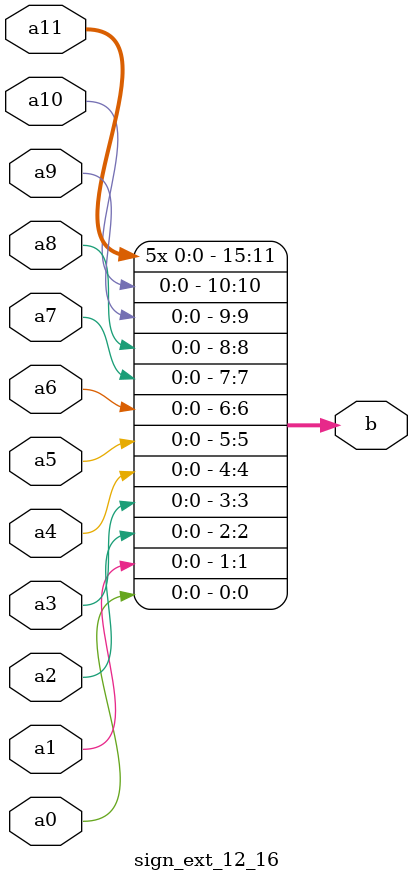
<source format=v>
module sign_ext_12_16(a0,a1,a2,a3,a4,a5,a6,a7,a8,a9,a10,a11,b);
input a0,a1,a2,a3,a4,a5,a6,a7,a8,a9,a10,a11;
output reg [15:0]b;
always@(*)
begin
b[0]=a0;
b[1]=a1;
b[2]=a2;
b[3]=a3;
b[4]=a4;
b[5]=a5;
b[6]=a6;
b[7]=a7;
b[8]=a8;
b[9]=a9;
b[10]=a10;
b[11]=a11;
b[12]=a11;
b[13]=a11;
b[14]=a11;
b[15]=a11;
end
endmodule
</source>
